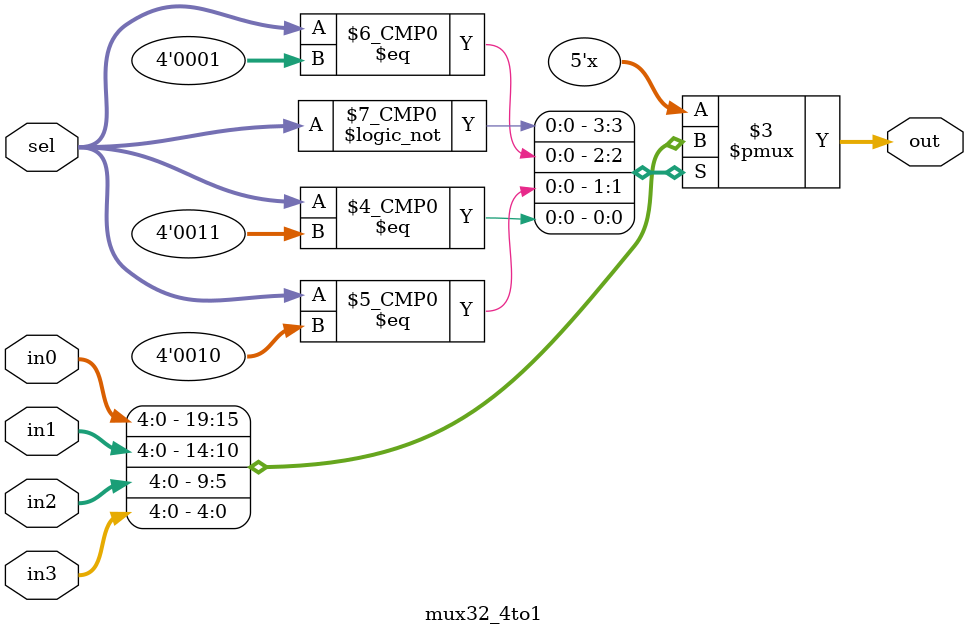
<source format=v>
module mux32_4to1 (out, in0, in1, in2, in3, sel);
	output reg  [4:0] out;
	input [31:0] in0;
	input [31:0] in1;
	input [31:0] in2;
	input [31:0] in3;
	input [3:0] sel;

  	always @(sel)
    begin
		case (sel)
			2'b00: out = in0;
			2'b01: out = in1;
			2'b10: out = in2;
			2'b11: out = in3;
		endcase
    end
endmodule

</source>
